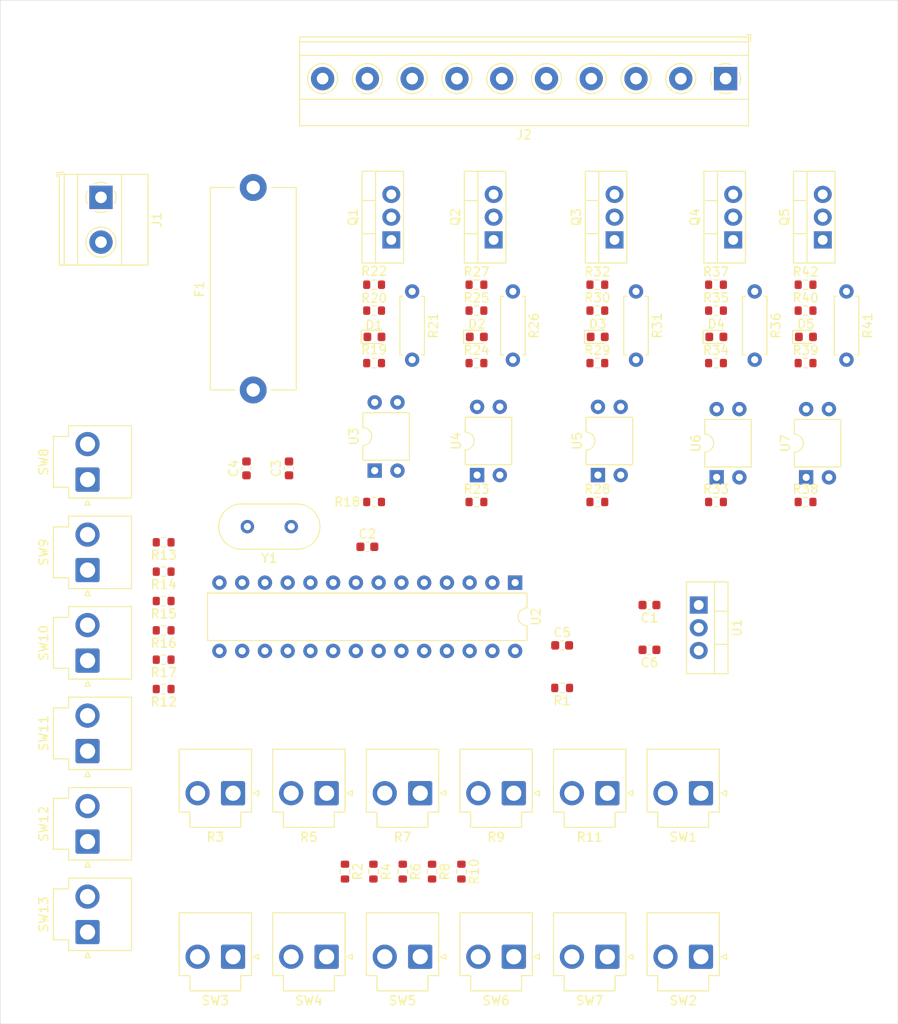
<source format=kicad_pcb>
(kicad_pcb (version 20171130) (host pcbnew "(5.1.10)-1")
  (layers (0 F.Cu signal) (31 B.Cu signal) (34 B.Paste user) (35 F.Paste user) (36 B.SilkS user) (37 F.SilkS user) (38 B.Mask user) (39 F.Mask user) (44 Edge.Cuts user))
  (net 0 "")
  (net 1 +12V)
  (net 2 +5V)
  (net 3 /XTAL1)
  (net 4 /XTAL2)
  (net 5 /RESET)
  (net 6 /12V_input)
  (net 7 /LED5)
  (net 8 /LED4)
  (net 9 /LED3)
  (net 10 /LED2)
  (net 11 /LED1)
  (net 12 "Net-(R2-Pad2)")
  (net 13 /ADC1)
  (net 14 "Net-(R4-Pad2)")
  (net 15 /ADC2)
  (net 16 "Net-(R6-Pad2)")
  (net 17 /ADC3)
  (net 18 "Net-(R8-Pad2)")
  (net 19 /ADC4)
  (net 20 "Net-(R10-Pad2)")
  (net 21 /ADC5)
  (net 22 /Button_STOP)
  (net 23 /func1)
  (net 24 /func2)
  (net 25 /func3)
  (net 26 /func4)
  (net 27 /func5)
  (net 28 /Button_All)
  (net 29 "Net-(U2-Pad13)")
  (net 30 "Net-(U2-Pad12)")
  (net 31 "Net-(U2-Pad11)")
  (net 32 /PWM5)
  (net 33 /PWM4)
  (net 34 /PWM3)
  (net 35 /PWM2)
  (net 36 /PWM1)
  (net 37 "Net-(SW2-Pad2)")
  (net 38 GNDREF)
  (net 39 "Net-(D1-Pad2)")
  (net 40 "Net-(D1-Pad1)")
  (net 41 "Net-(D2-Pad2)")
  (net 42 "Net-(D2-Pad1)")
  (net 43 "Net-(D3-Pad2)")
  (net 44 "Net-(D3-Pad1)")
  (net 45 "Net-(D4-Pad2)")
  (net 46 "Net-(D4-Pad1)")
  (net 47 "Net-(D5-Pad2)")
  (net 48 "Net-(D5-Pad1)")
  (net 49 "Net-(R18-Pad1)")
  (net 50 "Net-(R23-Pad1)")
  (net 51 "Net-(R28-Pad1)")
  (net 52 "Net-(R33-Pad1)")
  (net 53 "Net-(R38-Pad1)")
  (net 54 GNDS)
  (module Resistor_THT:R_Axial_DIN0207_L6.3mm_D2.5mm_P7.62mm_Horizontal (layer F.Cu) (at 140.5 54.25 270)
    (fp_text reference R41 (at 3.81 -2.37 90) (layer F.SilkS))
    (fp_text value 10k)
    (pad 2 thru_hole oval (at 7.62 0 270) (size 1.6 1.6) (drill 0.8) (layers *.Cu *.Mask) (net 38 GNDREF))
    (pad 1 thru_hole circle (at 0 0 270) (size 1.6 1.6) (drill 0.8) (layers *.Cu *.Mask) (net 48 "Net-(D5-Pad1)"))
  )
  (module Resistor_THT:R_Axial_DIN0207_L6.3mm_D2.5mm_P7.62mm_Horizontal (layer F.Cu) (at 130.25 54.25 270)
    (fp_text reference R36 (at 3.81 -2.37 90) (layer F.SilkS))
    (fp_text value 10k)
    (pad 2 thru_hole oval (at 7.62 0 270) (size 1.6 1.6) (drill 0.8) (layers *.Cu *.Mask) (net 38 GNDREF))
    (pad 1 thru_hole circle (at 0 0 270) (size 1.6 1.6) (drill 0.8) (layers *.Cu *.Mask) (net 46 "Net-(D4-Pad1)"))
  )
  (module Resistor_THT:R_Axial_DIN0207_L6.3mm_D2.5mm_P7.62mm_Horizontal (layer F.Cu) (at 117 54.25 270)
    (fp_text reference R31 (at 3.81 -2.37 90) (layer F.SilkS))
    (fp_text value 10k)
    (pad 2 thru_hole oval (at 7.62 0 270) (size 1.6 1.6) (drill 0.8) (layers *.Cu *.Mask) (net 38 GNDREF))
    (pad 1 thru_hole circle (at 0 0 270) (size 1.6 1.6) (drill 0.8) (layers *.Cu *.Mask) (net 44 "Net-(D3-Pad1)"))
  )
  (module Resistor_THT:R_Axial_DIN0207_L6.3mm_D2.5mm_P7.62mm_Horizontal (layer F.Cu) (at 103.25 54.25 270)
    (fp_text reference R26 (at 3.81 -2.37 90) (layer F.SilkS))
    (fp_text value 10k)
    (pad 2 thru_hole oval (at 7.62 0 270) (size 1.6 1.6) (drill 0.8) (layers *.Cu *.Mask) (net 38 GNDREF))
    (pad 1 thru_hole circle (at 0 0 270) (size 1.6 1.6) (drill 0.8) (layers *.Cu *.Mask) (net 42 "Net-(D2-Pad1)"))
  )
  (module Resistor_THT:R_Axial_DIN0207_L6.3mm_D2.5mm_P7.62mm_Horizontal (layer F.Cu) (at 92 54.25 270)
    (fp_text reference R21 (at 3.81 -2.37 90) (layer F.SilkS))
    (fp_text value 10k)
    (pad 2 thru_hole oval (at 7.62 0 270) (size 1.6 1.6) (drill 0.8) (layers *.Cu *.Mask) (net 38 GNDREF))
    (pad 1 thru_hole circle (at 0 0 270) (size 1.6 1.6) (drill 0.8) (layers *.Cu *.Mask) (net 40 "Net-(D1-Pad1)"))
  )
  (module Package_DIP:DIP-4_W7.62mm (layer F.Cu) (at 136 75 90)
    (fp_text reference U7 (at 3.81 -2.33 90) (layer F.SilkS))
    (fp_text value PC817)
    (pad 4 thru_hole oval (at 7.62 0 90) (size 1.6 1.6) (drill 0.8) (layers *.Cu *.Mask) (net 47 "Net-(D5-Pad2)"))
    (pad 2 thru_hole oval (at 0 2.54 90) (size 1.6 1.6) (drill 0.8) (layers *.Cu *.Mask) (net 54 GNDS))
    (pad 3 thru_hole oval (at 7.62 2.54 90) (size 1.6 1.6) (drill 0.8) (layers *.Cu *.Mask) (net 38 GNDREF))
    (pad 1 thru_hole rect (at 0 0 90) (size 1.6 1.6) (drill 0.8) (layers *.Cu *.Mask) (net 53 "Net-(R38-Pad1)"))
  )
  (module Package_DIP:DIP-4_W7.62mm (layer F.Cu) (at 126 75 90)
    (fp_text reference U6 (at 3.81 -2.33 90) (layer F.SilkS))
    (fp_text value PC817)
    (pad 4 thru_hole oval (at 7.62 0 90) (size 1.6 1.6) (drill 0.8) (layers *.Cu *.Mask) (net 45 "Net-(D4-Pad2)"))
    (pad 2 thru_hole oval (at 0 2.54 90) (size 1.6 1.6) (drill 0.8) (layers *.Cu *.Mask) (net 54 GNDS))
    (pad 3 thru_hole oval (at 7.62 2.54 90) (size 1.6 1.6) (drill 0.8) (layers *.Cu *.Mask) (net 38 GNDREF))
    (pad 1 thru_hole rect (at 0 0 90) (size 1.6 1.6) (drill 0.8) (layers *.Cu *.Mask) (net 52 "Net-(R33-Pad1)"))
  )
  (module Package_DIP:DIP-4_W7.62mm (layer F.Cu) (at 112.75 74.75 90)
    (fp_text reference U5 (at 3.81 -2.33 90) (layer F.SilkS))
    (fp_text value PC817)
    (pad 4 thru_hole oval (at 7.62 0 90) (size 1.6 1.6) (drill 0.8) (layers *.Cu *.Mask) (net 43 "Net-(D3-Pad2)"))
    (pad 2 thru_hole oval (at 0 2.54 90) (size 1.6 1.6) (drill 0.8) (layers *.Cu *.Mask) (net 54 GNDS))
    (pad 3 thru_hole oval (at 7.62 2.54 90) (size 1.6 1.6) (drill 0.8) (layers *.Cu *.Mask) (net 38 GNDREF))
    (pad 1 thru_hole rect (at 0 0 90) (size 1.6 1.6) (drill 0.8) (layers *.Cu *.Mask) (net 51 "Net-(R28-Pad1)"))
  )
  (module Package_DIP:DIP-4_W7.62mm (layer F.Cu) (at 99.25 74.75 90)
    (fp_text reference U4 (at 3.81 -2.33 90) (layer F.SilkS))
    (fp_text value PC817)
    (pad 4 thru_hole oval (at 7.62 0 90) (size 1.6 1.6) (drill 0.8) (layers *.Cu *.Mask) (net 41 "Net-(D2-Pad2)"))
    (pad 2 thru_hole oval (at 0 2.54 90) (size 1.6 1.6) (drill 0.8) (layers *.Cu *.Mask) (net 54 GNDS))
    (pad 3 thru_hole oval (at 7.62 2.54 90) (size 1.6 1.6) (drill 0.8) (layers *.Cu *.Mask) (net 38 GNDREF))
    (pad 1 thru_hole rect (at 0 0 90) (size 1.6 1.6) (drill 0.8) (layers *.Cu *.Mask) (net 50 "Net-(R23-Pad1)"))
  )
  (module Package_DIP:DIP-4_W7.62mm (layer F.Cu) (at 87.82 74.25 90)
    (fp_text reference U3 (at 3.81 -2.33 90) (layer F.SilkS))
    (fp_text value PC817)
    (pad 4 thru_hole oval (at 7.62 0 90) (size 1.6 1.6) (drill 0.8) (layers *.Cu *.Mask) (net 39 "Net-(D1-Pad2)"))
    (pad 2 thru_hole oval (at 0 2.54 90) (size 1.6 1.6) (drill 0.8) (layers *.Cu *.Mask) (net 54 GNDS))
    (pad 3 thru_hole oval (at 7.62 2.54 90) (size 1.6 1.6) (drill 0.8) (layers *.Cu *.Mask) (net 38 GNDREF))
    (pad 1 thru_hole rect (at 0 0 90) (size 1.6 1.6) (drill 0.8) (layers *.Cu *.Mask) (net 49 "Net-(R18-Pad1)"))
  )
  (module Resistor_SMD:R_0603_1608Metric (layer F.Cu) (at 135.93 53.5)
    (fp_text reference R42 (at 0 -1.43) (layer F.SilkS))
    (fp_text value R)
    (pad 2 smd roundrect (at 0.825 0) (size 0.8 0.95) (layers F.Cu F.Paste F.Mask) (net 7 /LED5))
    (pad 1 smd roundrect (at -0.825 0) (size 0.8 0.95) (layers F.Cu F.Paste F.Mask) (net 1 +12V))
  )
  (module Resistor_SMD:R_0603_1608Metric (layer F.Cu) (at 135.93 56.39)
    (fp_text reference R40 (at 0 -1.43) (layer F.SilkS))
    (fp_text value 10)
    (pad 2 smd roundrect (at 0.825 0) (size 0.8 0.95) (layers F.Cu F.Paste F.Mask) (net 47 "Net-(D5-Pad2)"))
    (pad 1 smd roundrect (at -0.825 0) (size 0.8 0.95) (layers F.Cu F.Paste F.Mask) (net 48 "Net-(D5-Pad1)"))
  )
  (module Resistor_SMD:R_0603_1608Metric (layer F.Cu) (at 135.93 62.25)
    (fp_text reference R39 (at 0 -1.43) (layer F.SilkS))
    (fp_text value 1k)
    (pad 2 smd roundrect (at 0.825 0) (size 0.8 0.95) (layers F.Cu F.Paste F.Mask) (net 47 "Net-(D5-Pad2)"))
    (pad 1 smd roundrect (at -0.825 0) (size 0.8 0.95) (layers F.Cu F.Paste F.Mask) (net 1 +12V))
  )
  (module Resistor_SMD:R_0603_1608Metric (layer F.Cu) (at 135.93 77.75)
    (fp_text reference R38 (at 0 -1.43) (layer F.SilkS))
    (fp_text value 330)
    (pad 2 smd roundrect (at 0.825 0) (size 0.8 0.95) (layers F.Cu F.Paste F.Mask) (net 32 /PWM5))
    (pad 1 smd roundrect (at -0.825 0) (size 0.8 0.95) (layers F.Cu F.Paste F.Mask) (net 53 "Net-(R38-Pad1)"))
  )
  (module Resistor_SMD:R_0603_1608Metric (layer F.Cu) (at 125.93 53.5)
    (fp_text reference R37 (at 0 -1.43) (layer F.SilkS))
    (fp_text value R)
    (pad 2 smd roundrect (at 0.825 0) (size 0.8 0.95) (layers F.Cu F.Paste F.Mask) (net 8 /LED4))
    (pad 1 smd roundrect (at -0.825 0) (size 0.8 0.95) (layers F.Cu F.Paste F.Mask) (net 1 +12V))
  )
  (module Resistor_SMD:R_0603_1608Metric (layer F.Cu) (at 125.93 56.39)
    (fp_text reference R35 (at 0 -1.43) (layer F.SilkS))
    (fp_text value 10)
    (pad 2 smd roundrect (at 0.825 0) (size 0.8 0.95) (layers F.Cu F.Paste F.Mask) (net 45 "Net-(D4-Pad2)"))
    (pad 1 smd roundrect (at -0.825 0) (size 0.8 0.95) (layers F.Cu F.Paste F.Mask) (net 46 "Net-(D4-Pad1)"))
  )
  (module Resistor_SMD:R_0603_1608Metric (layer F.Cu) (at 125.93 62.25)
    (fp_text reference R34 (at 0 -1.43) (layer F.SilkS))
    (fp_text value 1k)
    (pad 2 smd roundrect (at 0.825 0) (size 0.8 0.95) (layers F.Cu F.Paste F.Mask) (net 45 "Net-(D4-Pad2)"))
    (pad 1 smd roundrect (at -0.825 0) (size 0.8 0.95) (layers F.Cu F.Paste F.Mask) (net 1 +12V))
  )
  (module Resistor_SMD:R_0603_1608Metric (layer F.Cu) (at 125.93 77.75)
    (fp_text reference R33 (at 0 -1.43) (layer F.SilkS))
    (fp_text value 330)
    (pad 2 smd roundrect (at 0.825 0) (size 0.8 0.95) (layers F.Cu F.Paste F.Mask) (net 33 /PWM4))
    (pad 1 smd roundrect (at -0.825 0) (size 0.8 0.95) (layers F.Cu F.Paste F.Mask) (net 52 "Net-(R33-Pad1)"))
  )
  (module Resistor_SMD:R_0603_1608Metric (layer F.Cu) (at 112.68 53.5)
    (fp_text reference R32 (at 0 -1.43) (layer F.SilkS))
    (fp_text value R)
    (pad 2 smd roundrect (at 0.825 0) (size 0.8 0.95) (layers F.Cu F.Paste F.Mask) (net 9 /LED3))
    (pad 1 smd roundrect (at -0.825 0) (size 0.8 0.95) (layers F.Cu F.Paste F.Mask) (net 1 +12V))
  )
  (module Resistor_SMD:R_0603_1608Metric (layer F.Cu) (at 112.68 56.39)
    (fp_text reference R30 (at 0 -1.43) (layer F.SilkS))
    (fp_text value 10)
    (pad 2 smd roundrect (at 0.825 0) (size 0.8 0.95) (layers F.Cu F.Paste F.Mask) (net 43 "Net-(D3-Pad2)"))
    (pad 1 smd roundrect (at -0.825 0) (size 0.8 0.95) (layers F.Cu F.Paste F.Mask) (net 44 "Net-(D3-Pad1)"))
  )
  (module Resistor_SMD:R_0603_1608Metric (layer F.Cu) (at 112.68 62.25)
    (fp_text reference R29 (at 0 -1.43) (layer F.SilkS))
    (fp_text value 1k)
    (pad 2 smd roundrect (at 0.825 0) (size 0.8 0.95) (layers F.Cu F.Paste F.Mask) (net 43 "Net-(D3-Pad2)"))
    (pad 1 smd roundrect (at -0.825 0) (size 0.8 0.95) (layers F.Cu F.Paste F.Mask) (net 1 +12V))
  )
  (module Resistor_SMD:R_0603_1608Metric (layer F.Cu) (at 112.68 77.75)
    (fp_text reference R28 (at 0 -1.43) (layer F.SilkS))
    (fp_text value 330)
    (pad 2 smd roundrect (at 0.825 0) (size 0.8 0.95) (layers F.Cu F.Paste F.Mask) (net 34 /PWM3))
    (pad 1 smd roundrect (at -0.825 0) (size 0.8 0.95) (layers F.Cu F.Paste F.Mask) (net 51 "Net-(R28-Pad1)"))
  )
  (module Resistor_SMD:R_0603_1608Metric (layer F.Cu) (at 99.18 53.5)
    (fp_text reference R27 (at 0 -1.43) (layer F.SilkS))
    (fp_text value R)
    (pad 2 smd roundrect (at 0.825 0) (size 0.8 0.95) (layers F.Cu F.Paste F.Mask) (net 10 /LED2))
    (pad 1 smd roundrect (at -0.825 0) (size 0.8 0.95) (layers F.Cu F.Paste F.Mask) (net 1 +12V))
  )
  (module Resistor_SMD:R_0603_1608Metric (layer F.Cu) (at 99.18 56.39)
    (fp_text reference R25 (at 0 -1.43) (layer F.SilkS))
    (fp_text value 10)
    (pad 2 smd roundrect (at 0.825 0) (size 0.8 0.95) (layers F.Cu F.Paste F.Mask) (net 41 "Net-(D2-Pad2)"))
    (pad 1 smd roundrect (at -0.825 0) (size 0.8 0.95) (layers F.Cu F.Paste F.Mask) (net 42 "Net-(D2-Pad1)"))
  )
  (module Resistor_SMD:R_0603_1608Metric (layer F.Cu) (at 99.18 62.25)
    (fp_text reference R24 (at 0 -1.43) (layer F.SilkS))
    (fp_text value 1k)
    (pad 2 smd roundrect (at 0.825 0) (size 0.8 0.95) (layers F.Cu F.Paste F.Mask) (net 41 "Net-(D2-Pad2)"))
    (pad 1 smd roundrect (at -0.825 0) (size 0.8 0.95) (layers F.Cu F.Paste F.Mask) (net 1 +12V))
  )
  (module Resistor_SMD:R_0603_1608Metric (layer F.Cu) (at 99.18 77.75)
    (fp_text reference R23 (at 0 -1.43) (layer F.SilkS))
    (fp_text value 330)
    (pad 2 smd roundrect (at 0.825 0) (size 0.8 0.95) (layers F.Cu F.Paste F.Mask) (net 35 /PWM2))
    (pad 1 smd roundrect (at -0.825 0) (size 0.8 0.95) (layers F.Cu F.Paste F.Mask) (net 50 "Net-(R23-Pad1)"))
  )
  (module Resistor_SMD:R_0603_1608Metric (layer F.Cu) (at 87.75 53.5)
    (fp_text reference R22 (at 0 -1.5) (layer F.SilkS))
    (fp_text value R)
    (pad 2 smd roundrect (at 0.825 0) (size 0.8 0.95) (layers F.Cu F.Paste F.Mask) (net 11 /LED1))
    (pad 1 smd roundrect (at -0.825 0) (size 0.8 0.95) (layers F.Cu F.Paste F.Mask) (net 1 +12V))
  )
  (module Resistor_SMD:R_0603_1608Metric (layer F.Cu) (at 87.75 56.39)
    (fp_text reference R20 (at 0 -1.39) (layer F.SilkS))
    (fp_text value 10)
    (pad 2 smd roundrect (at 0.825 0) (size 0.8 0.95) (layers F.Cu F.Paste F.Mask) (net 39 "Net-(D1-Pad2)"))
    (pad 1 smd roundrect (at -0.825 0) (size 0.8 0.95) (layers F.Cu F.Paste F.Mask) (net 40 "Net-(D1-Pad1)"))
  )
  (module Resistor_SMD:R_0603_1608Metric (layer F.Cu) (at 87.75 62.25)
    (fp_text reference R19 (at 0 -1.5) (layer F.SilkS))
    (fp_text value 1k)
    (pad 2 smd roundrect (at 0.825 0) (size 0.8 0.95) (layers F.Cu F.Paste F.Mask) (net 39 "Net-(D1-Pad2)"))
    (pad 1 smd roundrect (at -0.825 0) (size 0.8 0.95) (layers F.Cu F.Paste F.Mask) (net 1 +12V))
  )
  (module Resistor_SMD:R_0603_1608Metric (layer F.Cu) (at 87.75 77.75)
    (fp_text reference R18 (at -3 0) (layer F.SilkS))
    (fp_text value 330)
    (pad 2 smd roundrect (at 0.825 0) (size 0.8 0.95) (layers F.Cu F.Paste F.Mask) (net 36 /PWM1))
    (pad 1 smd roundrect (at -0.825 0) (size 0.8 0.95) (layers F.Cu F.Paste F.Mask) (net 49 "Net-(R18-Pad1)"))
  )
  (module Package_TO_SOT_THT:TO-220-3_Vertical (layer F.Cu) (at 137.85 48.5 90)
    (fp_text reference Q5 (at 2.54 -4.27 90) (layer F.SilkS))
    (fp_text value IRF540N)
    (pad 3 thru_hole oval (at 5.08 0 90) (size 1.905 2) (drill 1.1) (layers *.Cu *.Mask) (net 38 GNDREF))
    (pad 2 thru_hole oval (at 2.54 0 90) (size 1.905 2) (drill 1.1) (layers *.Cu *.Mask) (net 7 /LED5))
    (pad 1 thru_hole rect (at 0 0 90) (size 1.905 2) (drill 1.1) (layers *.Cu *.Mask) (net 48 "Net-(D5-Pad1)"))
  )
  (module Package_TO_SOT_THT:TO-220-3_Vertical (layer F.Cu) (at 127.85 48.5 90)
    (fp_text reference Q4 (at 2.54 -4.27 90) (layer F.SilkS))
    (fp_text value IRF540N)
    (pad 3 thru_hole oval (at 5.08 0 90) (size 1.905 2) (drill 1.1) (layers *.Cu *.Mask) (net 38 GNDREF))
    (pad 2 thru_hole oval (at 2.54 0 90) (size 1.905 2) (drill 1.1) (layers *.Cu *.Mask) (net 8 /LED4))
    (pad 1 thru_hole rect (at 0 0 90) (size 1.905 2) (drill 1.1) (layers *.Cu *.Mask) (net 46 "Net-(D4-Pad1)"))
  )
  (module Package_TO_SOT_THT:TO-220-3_Vertical (layer F.Cu) (at 114.6 48.5 90)
    (fp_text reference Q3 (at 2.54 -4.27 90) (layer F.SilkS))
    (fp_text value IRF540N)
    (pad 3 thru_hole oval (at 5.08 0 90) (size 1.905 2) (drill 1.1) (layers *.Cu *.Mask) (net 38 GNDREF))
    (pad 2 thru_hole oval (at 2.54 0 90) (size 1.905 2) (drill 1.1) (layers *.Cu *.Mask) (net 9 /LED3))
    (pad 1 thru_hole rect (at 0 0 90) (size 1.905 2) (drill 1.1) (layers *.Cu *.Mask) (net 44 "Net-(D3-Pad1)"))
  )
  (module Package_TO_SOT_THT:TO-220-3_Vertical (layer F.Cu) (at 101.1 48.5 90)
    (fp_text reference Q2 (at 2.54 -4.27 90) (layer F.SilkS))
    (fp_text value IRF540N)
    (pad 3 thru_hole oval (at 5.08 0 90) (size 1.905 2) (drill 1.1) (layers *.Cu *.Mask) (net 38 GNDREF))
    (pad 2 thru_hole oval (at 2.54 0 90) (size 1.905 2) (drill 1.1) (layers *.Cu *.Mask) (net 10 /LED2))
    (pad 1 thru_hole rect (at 0 0 90) (size 1.905 2) (drill 1.1) (layers *.Cu *.Mask) (net 42 "Net-(D2-Pad1)"))
  )
  (module Package_TO_SOT_THT:TO-220-3_Vertical (layer F.Cu) (at 89.67 48.5 90)
    (fp_text reference Q1 (at 2.54 -4.27 90) (layer F.SilkS))
    (fp_text value IRF540N)
    (pad 3 thru_hole oval (at 5.08 0 90) (size 1.905 2) (drill 1.1) (layers *.Cu *.Mask) (net 38 GNDREF))
    (pad 2 thru_hole oval (at 2.54 0 90) (size 1.905 2) (drill 1.1) (layers *.Cu *.Mask) (net 11 /LED1))
    (pad 1 thru_hole rect (at 0 0 90) (size 1.905 2) (drill 1.1) (layers *.Cu *.Mask) (net 40 "Net-(D1-Pad1)"))
  )
  (module Diode_SMD:D_0603_1608Metric (layer F.Cu) (at 135.97 59.32)
    (fp_text reference D5 (at 0 -1.43) (layer F.SilkS))
    (fp_text value DIODE)
    (pad 2 smd roundrect (at 0.7875 0) (size 0.875 0.95) (layers F.Cu F.Paste F.Mask) (net 47 "Net-(D5-Pad2)"))
    (pad 1 smd roundrect (at -0.7875 0) (size 0.875 0.95) (layers F.Cu F.Paste F.Mask) (net 48 "Net-(D5-Pad1)"))
  )
  (module Diode_SMD:D_0603_1608Metric (layer F.Cu) (at 125.97 59.32)
    (fp_text reference D4 (at 0 -1.43) (layer F.SilkS))
    (fp_text value DIODE)
    (pad 2 smd roundrect (at 0.7875 0) (size 0.875 0.95) (layers F.Cu F.Paste F.Mask) (net 45 "Net-(D4-Pad2)"))
    (pad 1 smd roundrect (at -0.7875 0) (size 0.875 0.95) (layers F.Cu F.Paste F.Mask) (net 46 "Net-(D4-Pad1)"))
  )
  (module Diode_SMD:D_0603_1608Metric (layer F.Cu) (at 112.72 59.32)
    (fp_text reference D3 (at 0 -1.43) (layer F.SilkS))
    (fp_text value DIODE)
    (pad 2 smd roundrect (at 0.7875 0) (size 0.875 0.95) (layers F.Cu F.Paste F.Mask) (net 43 "Net-(D3-Pad2)"))
    (pad 1 smd roundrect (at -0.7875 0) (size 0.875 0.95) (layers F.Cu F.Paste F.Mask) (net 44 "Net-(D3-Pad1)"))
  )
  (module Diode_SMD:D_0603_1608Metric (layer F.Cu) (at 99.22 59.32)
    (fp_text reference D2 (at 0 -1.43) (layer F.SilkS))
    (fp_text value DIODE)
    (pad 2 smd roundrect (at 0.7875 0) (size 0.875 0.95) (layers F.Cu F.Paste F.Mask) (net 41 "Net-(D2-Pad2)"))
    (pad 1 smd roundrect (at -0.7875 0) (size 0.875 0.95) (layers F.Cu F.Paste F.Mask) (net 42 "Net-(D2-Pad1)"))
  )
  (module Diode_SMD:D_0603_1608Metric (layer F.Cu) (at 87.79 59.32)
    (fp_text reference D1 (at -0.04 -1.32) (layer F.SilkS))
    (fp_text value DIODE)
    (pad 2 smd roundrect (at 0.7875 0) (size 0.875 0.95) (layers F.Cu F.Paste F.Mask) (net 39 "Net-(D1-Pad2)"))
    (pad 1 smd roundrect (at -0.7875 0) (size 0.875 0.95) (layers F.Cu F.Paste F.Mask) (net 40 "Net-(D1-Pad1)"))
  )
  (module Crystal:Crystal_HC18-U_Vertical (layer F.Cu) (at 78.5 80.5 180)
    (fp_text reference Y1 (at 2.45 -3.525) (layer F.SilkS))
    (fp_text value 16mHz)
    (pad 2 thru_hole circle (at 4.9 0 180) (size 1.5 1.5) (drill 0.8) (layers *.Cu *.Mask) (net 4 /XTAL2))
    (pad 1 thru_hole circle (at 0 0 180) (size 1.5 1.5) (drill 0.8) (layers *.Cu *.Mask) (net 3 /XTAL1))
  )
  (module Package_DIP:DIP-28_W7.62mm (layer F.Cu) (at 103.5 86.75 270)
    (fp_text reference U2 (at 3.81 -2.33 90) (layer F.SilkS))
    (fp_text value ATmega328P-PU)
    (pad 28 thru_hole oval (at 7.62 0 270) (size 1.6 1.6) (drill 0.8) (layers *.Cu *.Mask) (net 28 /Button_All))
    (pad 14 thru_hole oval (at 0 33.02 270) (size 1.6 1.6) (drill 0.8) (layers *.Cu *.Mask) (net 23 /func1))
    (pad 27 thru_hole oval (at 7.62 2.54 270) (size 1.6 1.6) (drill 0.8) (layers *.Cu *.Mask) (net 21 /ADC5))
    (pad 13 thru_hole oval (at 0 30.48 270) (size 1.6 1.6) (drill 0.8) (layers *.Cu *.Mask) (net 29 "Net-(U2-Pad13)"))
    (pad 26 thru_hole oval (at 7.62 5.08 270) (size 1.6 1.6) (drill 0.8) (layers *.Cu *.Mask) (net 19 /ADC4))
    (pad 12 thru_hole oval (at 0 27.94 270) (size 1.6 1.6) (drill 0.8) (layers *.Cu *.Mask) (net 30 "Net-(U2-Pad12)"))
    (pad 25 thru_hole oval (at 7.62 7.62 270) (size 1.6 1.6) (drill 0.8) (layers *.Cu *.Mask) (net 17 /ADC3))
    (pad 11 thru_hole oval (at 0 25.4 270) (size 1.6 1.6) (drill 0.8) (layers *.Cu *.Mask) (net 31 "Net-(U2-Pad11)"))
    (pad 24 thru_hole oval (at 7.62 10.16 270) (size 1.6 1.6) (drill 0.8) (layers *.Cu *.Mask) (net 15 /ADC2))
    (pad 10 thru_hole oval (at 0 22.86 270) (size 1.6 1.6) (drill 0.8) (layers *.Cu *.Mask) (net 4 /XTAL2))
    (pad 23 thru_hole oval (at 7.62 12.7 270) (size 1.6 1.6) (drill 0.8) (layers *.Cu *.Mask) (net 13 /ADC1))
    (pad 9 thru_hole oval (at 0 20.32 270) (size 1.6 1.6) (drill 0.8) (layers *.Cu *.Mask) (net 3 /XTAL1))
    (pad 22 thru_hole oval (at 7.62 15.24 270) (size 1.6 1.6) (drill 0.8) (layers *.Cu *.Mask) (net 54 GNDS))
    (pad 8 thru_hole oval (at 0 17.78 270) (size 1.6 1.6) (drill 0.8) (layers *.Cu *.Mask) (net 54 GNDS))
    (pad 21 thru_hole oval (at 7.62 17.78 270) (size 1.6 1.6) (drill 0.8) (layers *.Cu *.Mask) (net 2 +5V))
    (pad 7 thru_hole oval (at 0 15.24 270) (size 1.6 1.6) (drill 0.8) (layers *.Cu *.Mask) (net 2 +5V))
    (pad 20 thru_hole oval (at 7.62 20.32 270) (size 1.6 1.6) (drill 0.8) (layers *.Cu *.Mask) (net 2 +5V))
    (pad 6 thru_hole oval (at 0 12.7 270) (size 1.6 1.6) (drill 0.8) (layers *.Cu *.Mask) (net 32 /PWM5))
    (pad 19 thru_hole oval (at 7.62 22.86 270) (size 1.6 1.6) (drill 0.8) (layers *.Cu *.Mask) (net 22 /Button_STOP))
    (pad 5 thru_hole oval (at 0 10.16 270) (size 1.6 1.6) (drill 0.8) (layers *.Cu *.Mask) (net 33 /PWM4))
    (pad 18 thru_hole oval (at 7.62 25.4 270) (size 1.6 1.6) (drill 0.8) (layers *.Cu *.Mask) (net 27 /func5))
    (pad 4 thru_hole oval (at 0 7.62 270) (size 1.6 1.6) (drill 0.8) (layers *.Cu *.Mask) (net 34 /PWM3))
    (pad 17 thru_hole oval (at 7.62 27.94 270) (size 1.6 1.6) (drill 0.8) (layers *.Cu *.Mask) (net 26 /func4))
    (pad 3 thru_hole oval (at 0 5.08 270) (size 1.6 1.6) (drill 0.8) (layers *.Cu *.Mask) (net 35 /PWM2))
    (pad 16 thru_hole oval (at 7.62 30.48 270) (size 1.6 1.6) (drill 0.8) (layers *.Cu *.Mask) (net 25 /func3))
    (pad 2 thru_hole oval (at 0 2.54 270) (size 1.6 1.6) (drill 0.8) (layers *.Cu *.Mask) (net 36 /PWM1))
    (pad 15 thru_hole oval (at 7.62 33.02 270) (size 1.6 1.6) (drill 0.8) (layers *.Cu *.Mask) (net 24 /func2))
    (pad 1 thru_hole rect (at 0 0 270) (size 1.6 1.6) (drill 0.8) (layers *.Cu *.Mask) (net 5 /RESET))
  )
  (module local_footprint:TO-220-3_Vertical (layer F.Cu) (at 124 89.25 270)
    (fp_text reference U1 (at 2.54 -4.27 90) (layer F.SilkS))
    (fp_text value L7805)
    (pad 1 thru_hole rect (at 0 0 270) (size 1.905 2) (drill 1.1) (layers *.Cu *.Mask) (net 1 +12V))
    (pad 2 thru_hole oval (at 2.54 0 270) (size 1.905 2) (drill 1.1) (layers *.Cu *.Mask) (net 38 GNDREF))
    (pad 3 thru_hole oval (at 5.08 0 270) (size 1.905 2) (drill 1.1) (layers *.Cu *.Mask) (net 2 +5V))
  )
  (module local_footprint:JST_VH_B2P-VH_1x02_P3.96mm_Vertical (layer F.Cu) (at 55.75 125.75 90)
    (fp_text reference SW13 (at 1.98 -4.9 90) (layer F.SilkS))
    (fp_text value Button_STOP)
    (pad 1 thru_hole roundrect (at 0 0 90) (size 2.7 2.7) (drill 1.7) (layers *.Cu *.Mask) (roundrect_rratio 0.09259299999999999) (net 22 /Button_STOP))
    (pad 2 thru_hole circle (at 3.96 0 90) (size 2.7 2.7) (drill 1.7) (layers *.Cu *.Mask) (net 54 GNDS))
  )
  (module local_footprint:JST_VH_B2P-VH_1x02_P3.96mm_Vertical (layer F.Cu) (at 55.75 115.65 90)
    (fp_text reference SW12 (at 1.98 -4.9 90) (layer F.SilkS))
    (fp_text value func5)
    (pad 1 thru_hole roundrect (at 0 0 90) (size 2.7 2.7) (drill 1.7) (layers *.Cu *.Mask) (roundrect_rratio 0.09259299999999999) (net 2 +5V))
    (pad 2 thru_hole circle (at 3.96 0 90) (size 2.7 2.7) (drill 1.7) (layers *.Cu *.Mask) (net 27 /func5))
  )
  (module local_footprint:JST_VH_B2P-VH_1x02_P3.96mm_Vertical (layer F.Cu) (at 55.75 105.55 90)
    (fp_text reference SW11 (at 1.98 -4.9 90) (layer F.SilkS))
    (fp_text value func4)
    (pad 1 thru_hole roundrect (at 0 0 90) (size 2.7 2.7) (drill 1.7) (layers *.Cu *.Mask) (roundrect_rratio 0.09259299999999999) (net 2 +5V))
    (pad 2 thru_hole circle (at 3.96 0 90) (size 2.7 2.7) (drill 1.7) (layers *.Cu *.Mask) (net 26 /func4))
  )
  (module local_footprint:JST_VH_B2P-VH_1x02_P3.96mm_Vertical (layer F.Cu) (at 55.75 95.45 90)
    (fp_text reference SW10 (at 1.98 -4.9 90) (layer F.SilkS))
    (fp_text value func3)
    (pad 1 thru_hole roundrect (at 0 0 90) (size 2.7 2.7) (drill 1.7) (layers *.Cu *.Mask) (roundrect_rratio 0.09259299999999999) (net 2 +5V))
    (pad 2 thru_hole circle (at 3.96 0 90) (size 2.7 2.7) (drill 1.7) (layers *.Cu *.Mask) (net 25 /func3))
  )
  (module local_footprint:JST_VH_B2P-VH_1x02_P3.96mm_Vertical (layer F.Cu) (at 55.75 85.35 90)
    (fp_text reference SW9 (at 1.98 -4.9 90) (layer F.SilkS))
    (fp_text value func2)
    (pad 1 thru_hole roundrect (at 0 0 90) (size 2.7 2.7) (drill 1.7) (layers *.Cu *.Mask) (roundrect_rratio 0.09259299999999999) (net 2 +5V))
    (pad 2 thru_hole circle (at 3.96 0 90) (size 2.7 2.7) (drill 1.7) (layers *.Cu *.Mask) (net 24 /func2))
  )
  (module local_footprint:JST_VH_B2P-VH_1x02_P3.96mm_Vertical (layer F.Cu) (at 55.75 75.25 90)
    (fp_text reference SW8 (at 1.98 -4.9 90) (layer F.SilkS))
    (fp_text value func1)
    (pad 1 thru_hole roundrect (at 0 0 90) (size 2.7 2.7) (drill 1.7) (layers *.Cu *.Mask) (roundrect_rratio 0.09259299999999999) (net 2 +5V))
    (pad 2 thru_hole circle (at 3.96 0 90) (size 2.7 2.7) (drill 1.7) (layers *.Cu *.Mask) (net 23 /func1))
  )
  (module local_footprint:JST_VH_B2P-VH_1x02_P3.96mm_Vertical (layer F.Cu) (at 113.8 128.5 180)
    (fp_text reference SW7 (at 1.98 -4.9) (layer F.SilkS))
    (fp_text value Switch5)
    (pad 1 thru_hole roundrect (at 0 0 180) (size 2.7 2.7) (drill 1.7) (layers *.Cu *.Mask) (roundrect_rratio 0.09259299999999999) (net 37 "Net-(SW2-Pad2)"))
    (pad 2 thru_hole circle (at 3.96 0 180) (size 2.7 2.7) (drill 1.7) (layers *.Cu *.Mask) (net 20 "Net-(R10-Pad2)"))
  )
  (module local_footprint:JST_VH_B2P-VH_1x02_P3.96mm_Vertical (layer F.Cu) (at 103.35 128.5 180)
    (fp_text reference SW6 (at 1.98 -4.9) (layer F.SilkS))
    (fp_text value Switch4)
    (pad 1 thru_hole roundrect (at 0 0 180) (size 2.7 2.7) (drill 1.7) (layers *.Cu *.Mask) (roundrect_rratio 0.09259299999999999) (net 37 "Net-(SW2-Pad2)"))
    (pad 2 thru_hole circle (at 3.96 0 180) (size 2.7 2.7) (drill 1.7) (layers *.Cu *.Mask) (net 18 "Net-(R8-Pad2)"))
  )
  (module local_footprint:JST_VH_B2P-VH_1x02_P3.96mm_Vertical (layer F.Cu) (at 92.9 128.5 180)
    (fp_text reference SW5 (at 1.98 -4.9) (layer F.SilkS))
    (fp_text value Switch3)
    (pad 1 thru_hole roundrect (at 0 0 180) (size 2.7 2.7) (drill 1.7) (layers *.Cu *.Mask) (roundrect_rratio 0.09259299999999999) (net 37 "Net-(SW2-Pad2)"))
    (pad 2 thru_hole circle (at 3.96 0 180) (size 2.7 2.7) (drill 1.7) (layers *.Cu *.Mask) (net 16 "Net-(R6-Pad2)"))
  )
  (module local_footprint:JST_VH_B2P-VH_1x02_P3.96mm_Vertical (layer F.Cu) (at 124.25 128.5 180)
    (fp_text reference SW2 (at 1.98 -4.9) (layer F.SilkS))
    (fp_text value Switch_All)
    (pad 1 thru_hole roundrect (at 0 0 180) (size 2.7 2.7) (drill 1.7) (layers *.Cu *.Mask) (roundrect_rratio 0.09259299999999999) (net 2 +5V))
    (pad 2 thru_hole circle (at 3.96 0 180) (size 2.7 2.7) (drill 1.7) (layers *.Cu *.Mask) (net 37 "Net-(SW2-Pad2)"))
  )
  (module local_footprint:JST_VH_B2P-VH_1x02_P3.96mm_Vertical (layer F.Cu) (at 82.45 128.5 180)
    (fp_text reference SW4 (at 1.98 -4.9) (layer F.SilkS))
    (fp_text value Switch2)
    (pad 1 thru_hole roundrect (at 0 0 180) (size 2.7 2.7) (drill 1.7) (layers *.Cu *.Mask) (roundrect_rratio 0.09259299999999999) (net 37 "Net-(SW2-Pad2)"))
    (pad 2 thru_hole circle (at 3.96 0 180) (size 2.7 2.7) (drill 1.7) (layers *.Cu *.Mask) (net 14 "Net-(R4-Pad2)"))
  )
  (module local_footprint:JST_VH_B2P-VH_1x02_P3.96mm_Vertical (layer F.Cu) (at 72 128.5 180)
    (fp_text reference SW3 (at 1.98 -4.9) (layer F.SilkS))
    (fp_text value Switch1)
    (pad 1 thru_hole roundrect (at 0 0 180) (size 2.7 2.7) (drill 1.7) (layers *.Cu *.Mask) (roundrect_rratio 0.09259299999999999) (net 37 "Net-(SW2-Pad2)"))
    (pad 2 thru_hole circle (at 3.96 0 180) (size 2.7 2.7) (drill 1.7) (layers *.Cu *.Mask) (net 12 "Net-(R2-Pad2)"))
  )
  (module local_footprint:JST_VH_B2P-VH_1x02_P3.96mm_Vertical (layer F.Cu) (at 124.25 110.25 180)
    (fp_text reference SW1 (at 1.98 -4.9) (layer F.SilkS))
    (fp_text value "Arduino Reset")
    (pad 1 thru_hole roundrect (at 0 0 180) (size 2.7 2.7) (drill 1.7) (layers *.Cu *.Mask) (roundrect_rratio 0.09259299999999999) (net 5 /RESET))
    (pad 2 thru_hole circle (at 3.96 0 180) (size 2.7 2.7) (drill 1.7) (layers *.Cu *.Mask) (net 54 GNDS))
  )
  (module Resistor_SMD:R_0603_1608Metric (layer F.Cu) (at 64.25 95.35 180)
    (fp_text reference R17 (at 0 -1.43) (layer F.SilkS))
    (fp_text value 10k)
    (pad 2 smd roundrect (at 0.825 0 180) (size 0.8 0.95) (layers F.Cu F.Paste F.Mask) (net 54 GNDS))
    (pad 1 smd roundrect (at -0.825 0 180) (size 0.8 0.95) (layers F.Cu F.Paste F.Mask) (net 27 /func5))
  )
  (module Resistor_SMD:R_0603_1608Metric (layer F.Cu) (at 64.25 92.075 180)
    (fp_text reference R16 (at 0 -1.43) (layer F.SilkS))
    (fp_text value 10k)
    (pad 2 smd roundrect (at 0.825 0 180) (size 0.8 0.95) (layers F.Cu F.Paste F.Mask) (net 54 GNDS))
    (pad 1 smd roundrect (at -0.825 0 180) (size 0.8 0.95) (layers F.Cu F.Paste F.Mask) (net 26 /func4))
  )
  (module Resistor_SMD:R_0603_1608Metric (layer F.Cu) (at 64.25 88.8 180)
    (fp_text reference R15 (at 0 -1.43) (layer F.SilkS))
    (fp_text value 10k)
    (pad 2 smd roundrect (at 0.825 0 180) (size 0.8 0.95) (layers F.Cu F.Paste F.Mask) (net 54 GNDS))
    (pad 1 smd roundrect (at -0.825 0 180) (size 0.8 0.95) (layers F.Cu F.Paste F.Mask) (net 25 /func3))
  )
  (module Resistor_SMD:R_0603_1608Metric (layer F.Cu) (at 64.25 85.525 180)
    (fp_text reference R14 (at 0 -1.43) (layer F.SilkS))
    (fp_text value 10k)
    (pad 2 smd roundrect (at 0.825 0 180) (size 0.8 0.95) (layers F.Cu F.Paste F.Mask) (net 54 GNDS))
    (pad 1 smd roundrect (at -0.825 0 180) (size 0.8 0.95) (layers F.Cu F.Paste F.Mask) (net 24 /func2))
  )
  (module Resistor_SMD:R_0603_1608Metric (layer F.Cu) (at 64.25 82.25 180)
    (fp_text reference R13 (at 0 -1.43) (layer F.SilkS))
    (fp_text value 10k)
    (pad 2 smd roundrect (at 0.825 0 180) (size 0.8 0.95) (layers F.Cu F.Paste F.Mask) (net 54 GNDS))
    (pad 1 smd roundrect (at -0.825 0 180) (size 0.8 0.95) (layers F.Cu F.Paste F.Mask) (net 23 /func1))
  )
  (module Resistor_SMD:R_0603_1608Metric (layer F.Cu) (at 64.25 98.625 180)
    (fp_text reference R12 (at 0 -1.43) (layer F.SilkS))
    (fp_text value 10k)
    (pad 2 smd roundrect (at 0.825 0 180) (size 0.8 0.95) (layers F.Cu F.Paste F.Mask) (net 2 +5V))
    (pad 1 smd roundrect (at -0.825 0 180) (size 0.8 0.95) (layers F.Cu F.Paste F.Mask) (net 22 /Button_STOP))
  )
  (module local_footprint:JST_VH_B2P-VH_1x02_P3.96mm_Vertical (layer F.Cu) (at 113.8 110.25 180)
    (fp_text reference R11 (at 1.98 -4.9) (layer F.SilkS))
    (fp_text value 47k)
    (pad 1 thru_hole roundrect (at 0 0 180) (size 2.7 2.7) (drill 1.7) (layers *.Cu *.Mask) (roundrect_rratio 0.09259299999999999) (net 21 /ADC5))
    (pad 2 thru_hole circle (at 3.96 0 180) (size 2.7 2.7) (drill 1.7) (layers *.Cu *.Mask) (net 54 GNDS))
  )
  (module Resistor_SMD:R_0603_1608Metric (layer F.Cu) (at 97.5 119 270)
    (fp_text reference R10 (at 0 -1.43 90) (layer F.SilkS))
    (fp_text value 3k)
    (pad 2 smd roundrect (at 0.825 0 270) (size 0.8 0.95) (layers F.Cu F.Paste F.Mask) (net 20 "Net-(R10-Pad2)"))
    (pad 1 smd roundrect (at -0.825 0 270) (size 0.8 0.95) (layers F.Cu F.Paste F.Mask) (net 21 /ADC5))
  )
  (module local_footprint:JST_VH_B2P-VH_1x02_P3.96mm_Vertical (layer F.Cu) (at 103.35 110.25 180)
    (fp_text reference R9 (at 1.98 -4.9) (layer F.SilkS))
    (fp_text value 47k)
    (pad 1 thru_hole roundrect (at 0 0 180) (size 2.7 2.7) (drill 1.7) (layers *.Cu *.Mask) (roundrect_rratio 0.09259299999999999) (net 19 /ADC4))
    (pad 2 thru_hole circle (at 3.96 0 180) (size 2.7 2.7) (drill 1.7) (layers *.Cu *.Mask) (net 54 GNDS))
  )
  (module Resistor_SMD:R_0603_1608Metric (layer F.Cu) (at 94.225 119 270)
    (fp_text reference R8 (at 0 -1.43 90) (layer F.SilkS))
    (fp_text value 3k)
    (pad 2 smd roundrect (at 0.825 0 270) (size 0.8 0.95) (layers F.Cu F.Paste F.Mask) (net 18 "Net-(R8-Pad2)"))
    (pad 1 smd roundrect (at -0.825 0 270) (size 0.8 0.95) (layers F.Cu F.Paste F.Mask) (net 19 /ADC4))
  )
  (module local_footprint:JST_VH_B2P-VH_1x02_P3.96mm_Vertical (layer F.Cu) (at 92.9 110.25 180)
    (fp_text reference R7 (at 1.98 -4.9) (layer F.SilkS))
    (fp_text value 47k)
    (pad 1 thru_hole roundrect (at 0 0 180) (size 2.7 2.7) (drill 1.7) (layers *.Cu *.Mask) (roundrect_rratio 0.09259299999999999) (net 17 /ADC3))
    (pad 2 thru_hole circle (at 3.96 0 180) (size 2.7 2.7) (drill 1.7) (layers *.Cu *.Mask) (net 54 GNDS))
  )
  (module Resistor_SMD:R_0603_1608Metric (layer F.Cu) (at 90.95 119 270)
    (fp_text reference R6 (at 0 -1.43 90) (layer F.SilkS))
    (fp_text value 3k)
    (pad 2 smd roundrect (at 0.825 0 270) (size 0.8 0.95) (layers F.Cu F.Paste F.Mask) (net 16 "Net-(R6-Pad2)"))
    (pad 1 smd roundrect (at -0.825 0 270) (size 0.8 0.95) (layers F.Cu F.Paste F.Mask) (net 17 /ADC3))
  )
  (module local_footprint:JST_VH_B2P-VH_1x02_P3.96mm_Vertical (layer F.Cu) (at 82.45 110.25 180)
    (fp_text reference R5 (at 1.98 -4.9) (layer F.SilkS))
    (fp_text value 47k)
    (pad 1 thru_hole roundrect (at 0 0 180) (size 2.7 2.7) (drill 1.7) (layers *.Cu *.Mask) (roundrect_rratio 0.09259299999999999) (net 15 /ADC2))
    (pad 2 thru_hole circle (at 3.96 0 180) (size 2.7 2.7) (drill 1.7) (layers *.Cu *.Mask) (net 54 GNDS))
  )
  (module Resistor_SMD:R_0603_1608Metric (layer F.Cu) (at 87.675 119 270)
    (fp_text reference R4 (at 0 -1.43 90) (layer F.SilkS))
    (fp_text value 3k)
    (pad 2 smd roundrect (at 0.825 0 270) (size 0.8 0.95) (layers F.Cu F.Paste F.Mask) (net 14 "Net-(R4-Pad2)"))
    (pad 1 smd roundrect (at -0.825 0 270) (size 0.8 0.95) (layers F.Cu F.Paste F.Mask) (net 15 /ADC2))
  )
  (module local_footprint:JST_VH_B2P-VH_1x02_P3.96mm_Vertical (layer F.Cu) (at 72 110.25 180)
    (fp_text reference R3 (at 1.98 -4.9) (layer F.SilkS))
    (fp_text value 47k)
    (pad 1 thru_hole roundrect (at 0 0 180) (size 2.7 2.7) (drill 1.7) (layers *.Cu *.Mask) (roundrect_rratio 0.09259299999999999) (net 13 /ADC1))
    (pad 2 thru_hole circle (at 3.96 0 180) (size 2.7 2.7) (drill 1.7) (layers *.Cu *.Mask) (net 54 GNDS))
  )
  (module Resistor_SMD:R_0603_1608Metric (layer F.Cu) (at 84.5 119 270)
    (fp_text reference R2 (at 0 -1.43 90) (layer F.SilkS))
    (fp_text value 3k)
    (pad 2 smd roundrect (at 0.825 0 270) (size 0.8 0.95) (layers F.Cu F.Paste F.Mask) (net 12 "Net-(R2-Pad2)"))
    (pad 1 smd roundrect (at -0.825 0 270) (size 0.8 0.95) (layers F.Cu F.Paste F.Mask) (net 13 /ADC1))
  )
  (module Resistor_SMD:R_0603_1608Metric (layer F.Cu) (at 108.75 98.5 180)
    (fp_text reference R1 (at 0 -1.43) (layer F.SilkS))
    (fp_text value 10k)
    (pad 2 smd roundrect (at 0.825 0 180) (size 0.8 0.95) (layers F.Cu F.Paste F.Mask) (net 5 /RESET))
    (pad 1 smd roundrect (at -0.825 0 180) (size 0.8 0.95) (layers F.Cu F.Paste F.Mask) (net 2 +5V))
  )
  (module TerminalBlock_Phoenix:TerminalBlock_Phoenix_MKDS-1,5-10_1x10_P5.00mm_Horizontal (layer F.Cu) (at 127 30.5 180)
    (fp_text reference J2 (at 22.5 -6.26) (layer F.SilkS))
    (fp_text value Screw_Terminal_01x10)
    (pad 10 thru_hole circle (at 45 0 180) (size 2.6 2.6) (drill 1.3) (layers *.Cu *.Mask) (net 38 GNDREF))
    (pad 9 thru_hole circle (at 40 0 180) (size 2.6 2.6) (drill 1.3) (layers *.Cu *.Mask) (net 11 /LED1))
    (pad 8 thru_hole circle (at 35 0 180) (size 2.6 2.6) (drill 1.3) (layers *.Cu *.Mask) (net 38 GNDREF))
    (pad 7 thru_hole circle (at 30 0 180) (size 2.6 2.6) (drill 1.3) (layers *.Cu *.Mask) (net 10 /LED2))
    (pad 6 thru_hole circle (at 25 0 180) (size 2.6 2.6) (drill 1.3) (layers *.Cu *.Mask) (net 38 GNDREF))
    (pad 5 thru_hole circle (at 20 0 180) (size 2.6 2.6) (drill 1.3) (layers *.Cu *.Mask) (net 9 /LED3))
    (pad 4 thru_hole circle (at 15 0 180) (size 2.6 2.6) (drill 1.3) (layers *.Cu *.Mask) (net 38 GNDREF))
    (pad 3 thru_hole circle (at 10 0 180) (size 2.6 2.6) (drill 1.3) (layers *.Cu *.Mask) (net 8 /LED4))
    (pad 2 thru_hole circle (at 5 0 180) (size 2.6 2.6) (drill 1.3) (layers *.Cu *.Mask) (net 38 GNDREF))
    (pad 1 thru_hole rect (at 0 0 180) (size 2.6 2.6) (drill 1.3) (layers *.Cu *.Mask) (net 7 /LED5))
  )
  (module TerminalBlock_Phoenix:TerminalBlock_Phoenix_MKDS-1,5-2_1x02_P5.00mm_Horizontal (layer F.Cu) (at 57.25 43.75 270)
    (fp_text reference J1 (at 2.5 -6.26 90) (layer F.SilkS))
    (fp_text value Screw_Terminal_01x02)
    (pad 2 thru_hole circle (at 5 0 270) (size 2.6 2.6) (drill 1.3) (layers *.Cu *.Mask) (net 6 /12V_input))
    (pad 1 thru_hole rect (at 0 0 270) (size 2.6 2.6) (drill 1.3) (layers *.Cu *.Mask) (net 38 GNDREF))
  )
  (module local_footprint:Fuseholder_Cylinder-5x20mm_Stelvio-Kontek_PTF78_Horizontal_Open (layer F.Cu) (at 74.25 65.25 90)
    (fp_text reference F1 (at 11.25 -6 90) (layer F.SilkS))
    (fp_text value Fuse)
    (pad 1 thru_hole circle (at 0 0 90) (size 3 3) (drill 1.5) (layers *.Cu *.Mask) (net 1 +12V))
    (pad 2 thru_hole circle (at 22.6 0 90) (size 3 3) (drill 1.5) (layers *.Cu *.Mask) (net 6 /12V_input))
  )
  (module Capacitor_SMD:C_0603_1608Metric (layer F.Cu) (at 118.5 94.25 180)
    (fp_text reference C6 (at 0 -1.43) (layer F.SilkS))
    (fp_text value 0.1uF)
    (pad 2 smd roundrect (at 0.775 0 180) (size 0.9 0.95) (layers F.Cu F.Paste F.Mask) (net 38 GNDREF))
    (pad 1 smd roundrect (at -0.775 0 180) (size 0.9 0.95) (layers F.Cu F.Paste F.Mask) (net 2 +5V))
  )
  (module Capacitor_SMD:C_0603_1608Metric (layer F.Cu) (at 108.75 93.75)
    (fp_text reference C5 (at 0 -1.43) (layer F.SilkS))
    (fp_text value 0.1uF)
    (pad 2 smd roundrect (at 0.775 0) (size 0.9 0.95) (layers F.Cu F.Paste F.Mask) (net 54 GNDS))
    (pad 1 smd roundrect (at -0.775 0) (size 0.9 0.95) (layers F.Cu F.Paste F.Mask) (net 5 /RESET))
  )
  (module Capacitor_SMD:C_0603_1608Metric (layer F.Cu) (at 73.5 74 90)
    (fp_text reference C4 (at 0 -1.43 90) (layer F.SilkS))
    (fp_text value 22pF)
    (pad 2 smd roundrect (at 0.775 0 90) (size 0.9 0.95) (layers F.Cu F.Paste F.Mask) (net 54 GNDS))
    (pad 1 smd roundrect (at -0.775 0 90) (size 0.9 0.95) (layers F.Cu F.Paste F.Mask) (net 4 /XTAL2))
  )
  (module Capacitor_SMD:C_0603_1608Metric (layer F.Cu) (at 78.25 74 90)
    (fp_text reference C3 (at 0 -1.43 90) (layer F.SilkS))
    (fp_text value 22pF)
    (pad 2 smd roundrect (at 0.775 0 90) (size 0.9 0.95) (layers F.Cu F.Paste F.Mask) (net 54 GNDS))
    (pad 1 smd roundrect (at -0.775 0 90) (size 0.9 0.95) (layers F.Cu F.Paste F.Mask) (net 3 /XTAL1))
  )
  (module Capacitor_SMD:C_0603_1608Metric (layer F.Cu) (at 87 82.75)
    (fp_text reference C2 (at 0 -1.43) (layer F.SilkS))
    (fp_text value 0.1uF)
    (pad 2 smd roundrect (at 0.775 0) (size 0.9 0.95) (layers F.Cu F.Paste F.Mask) (net 2 +5V))
    (pad 1 smd roundrect (at -0.775 0) (size 0.9 0.95) (layers F.Cu F.Paste F.Mask) (net 54 GNDS))
  )
  (module Capacitor_SMD:C_0603_1608Metric (layer F.Cu) (at 118.5 89.25 180)
    (fp_text reference C1 (at 0 -1.43) (layer F.SilkS))
    (fp_text value 0.33uF)
    (pad 2 smd roundrect (at 0.775 0 180) (size 0.9 0.95) (layers F.Cu F.Paste F.Mask) (net 38 GNDREF))
    (pad 1 smd roundrect (at -0.775 0 180) (size 0.9 0.95) (layers F.Cu F.Paste F.Mask) (net 1 +12V))
  )
  (gr_line (start 146.25 21.75) (end 146.25 136) (layer Edge.Cuts) (width 0.05))
  (gr_line (start 46 136) (end 146.25 136) (layer Edge.Cuts) (width 0.05))
  (gr_line (start 46 21.75) (end 46 136) (layer Edge.Cuts) (width 0.05))
  (gr_line (start 46 21.75) (end 146.25 21.75) (layer Edge.Cuts) (width 0.05))
)
</source>
